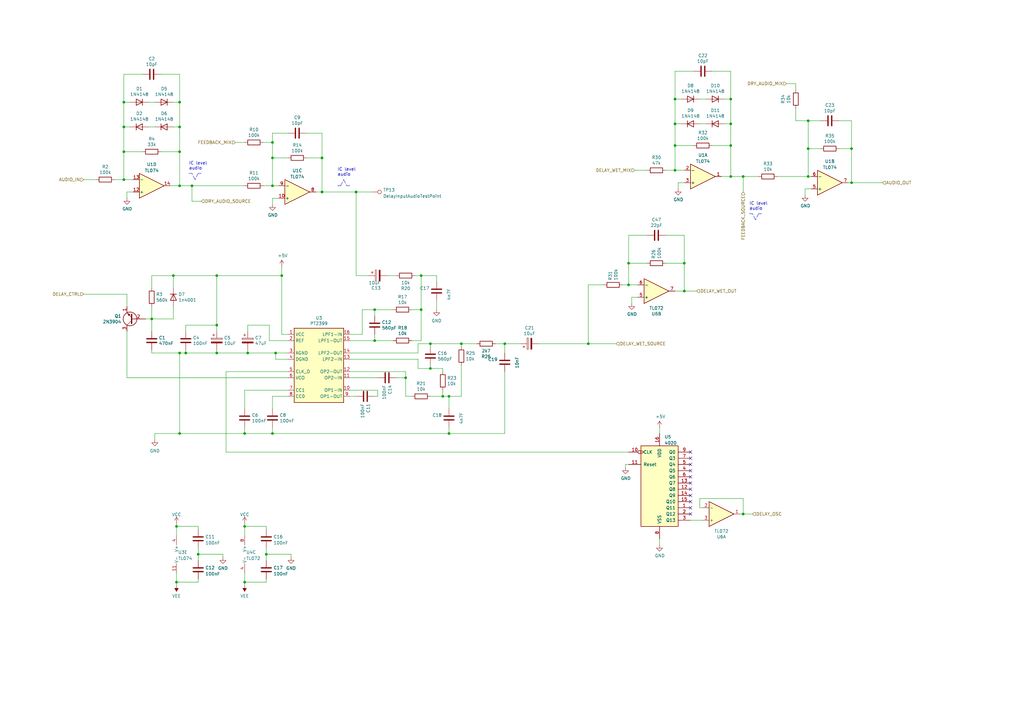
<source format=kicad_sch>
(kicad_sch (version 20211123) (generator eeschema)
  (paper "A3")
  (title_block (title "Dual Digi Delay") (date "2022-03-04") (rev "v05") (comment 2 "creativecommons.org/licenses/by/4.0/") (comment 3 "License: CC BY 4.0") (comment 4 "Author: Guy John"))
  (lib_symbols
    (symbol "4xxx:4020" (pin_names (offset 1.016))
      (property "Reference" "U" (at -7.62 16.51 0))
      (property "Value" "4020" (at -7.62 -19.05 0))
      (symbol "4020_1_0"
        (pin output line (at 12.7 -10.16 180) (length 5.08) (name "Q11") (number "1"))
        (pin input inverted_clock (at -12.7 12.7 0) (length 5.08) (name "CLK") (number "10"))
        (pin input line (at -12.7 7.62 0) (length 5.08) (name "Reset") (number "11"))
        (pin output line (at 12.7 -2.54 180) (length 5.08) (name "Q8") (number "12"))
        (pin output line (at 12.7 0 180) (length 5.08) (name "Q7") (number "13"))
        (pin output line (at 12.7 -5.08 180) (length 5.08) (name "Q9") (number "14"))
        (pin output line (at 12.7 -7.62 180) (length 5.08) (name "Q10") (number "15"))
        (pin power_in line (at 0 20.32 270) (length 5.08) (name "VDD") (number "16"))
        (pin output line (at 12.7 -12.7 180) (length 5.08) (name "Q12") (number "2"))
        (pin output line (at 12.7 -15.24 180) (length 5.08) (name "Q13") (number "3"))
        (pin output line (at 12.7 5.08 180) (length 5.08) (name "Q5") (number "4"))
        (pin output line (at 12.7 7.62 180) (length 5.08) (name "Q4") (number "5"))
        (pin output line (at 12.7 2.54 180) (length 5.08) (name "Q6") (number "6"))
        (pin output line (at 12.7 10.16 180) (length 5.08) (name "Q3") (number "7"))
        (pin power_in line (at 0 -22.86 90) (length 5.08) (name "VSS") (number "8"))
        (pin output line (at 12.7 12.7 180) (length 5.08) (name "Q0") (number "9"))
      )
    )
    (symbol "Amplifier_Operational:TL072" (pin_names (offset 0.127))
      (property "Reference" "U" (at 0 5.08 0))
      (property "Value" "TL072" (at 0 -5.08 0))
      (symbol "TL072_1_1"
        (pin output line (at 7.62 0 180) (length 2.54) (name "~") (number "1"))
        (pin input line (at -7.62 -2.54 0) (length 2.54) (name "-") (number "2"))
        (pin input line (at -7.62 2.54 0) (length 2.54) (name "+") (number "3"))
      )
      (symbol "TL072_2_1"
        (pin input line (at -7.62 2.54 0) (length 2.54) (name "+") (number "5"))
        (pin input line (at -7.62 -2.54 0) (length 2.54) (name "-") (number "6"))
        (pin output line (at 7.62 0 180) (length 2.54) (name "~") (number "7"))
      )
      (symbol "TL072_3_1"
        (pin power_in line (at -2.54 -7.62 90) (length 3.81) (name "V-") (number "4"))
        (pin power_in line (at -2.54 7.62 270) (length 3.81) (name "V+") (number "8"))
      )
    )
    (symbol "Amplifier_Operational:TL074" (pin_names (offset 0.127))
      (property "Reference" "U" (at 0 5.08 0))
      (property "Value" "TL074" (at 0 -5.08 0))
      (symbol "TL074_1_1"
        (pin output line (at 7.62 0 180) (length 2.54) (name "~") (number "1"))
        (pin input line (at -7.62 -2.54 0) (length 2.54) (name "-") (number "2"))
        (pin input line (at -7.62 2.54 0) (length 2.54) (name "+") (number "3"))
      )
      (symbol "TL074_2_1"
        (pin input line (at -7.62 2.54 0) (length 2.54) (name "+") (number "5"))
        (pin input line (at -7.62 -2.54 0) (length 2.54) (name "-") (number "6"))
        (pin output line (at 7.62 0 180) (length 2.54) (name "~") (number "7"))
      )
      (symbol "TL074_3_1"
        (pin input line (at -7.62 2.54 0) (length 2.54) (name "+") (number "10"))
        (pin output line (at 7.62 0 180) (length 2.54) (name "~") (number "8"))
        (pin input line (at -7.62 -2.54 0) (length 2.54) (name "-") (number "9"))
      )
      (symbol "TL074_4_1"
        (pin input line (at -7.62 2.54 0) (length 2.54) (name "+") (number "12"))
        (pin input line (at -7.62 -2.54 0) (length 2.54) (name "-") (number "13"))
        (pin output line (at 7.62 0 180) (length 2.54) (name "~") (number "14"))
      )
      (symbol "TL074_5_1"
        (pin power_in line (at -2.54 -7.62 90) (length 3.81) (name "V-") (number "11"))
        (pin power_in line (at -2.54 7.62 270) (length 3.81) (name "V+") (number "4"))
      )
    )
    (symbol "Audio:PT2399"
      (property "Reference" "U" (at 0 17.78 0))
      (property "Value" "PT2399" (at 0 -17.78 0))
      (symbol "PT2399_1_1"
        (pin power_in line (at -12.7 12.7 0) (length 2.54) (name "VCC") (number "1"))
        (pin input line (at 12.7 -10.16 180) (length 2.54) (name "OP1-IN") (number "10"))
        (pin input line (at 12.7 -5.08 180) (length 2.54) (name "OP2-IN") (number "11"))
        (pin output line (at 12.7 -2.54 180) (length 2.54) (name "OP2-OUT") (number "12"))
        (pin input line (at 12.7 2.54 180) (length 2.54) (name "LPF2-IN") (number "13"))
        (pin output line (at 12.7 5.08 180) (length 2.54) (name "LPF2-OUT") (number "14"))
        (pin output line (at 12.7 10.16 180) (length 2.54) (name "LPF1-OUT") (number "15"))
        (pin input line (at 12.7 12.7 180) (length 2.54) (name "LPF1-IN") (number "16"))
        (pin passive line (at -12.7 10.16 0) (length 2.54) (name "REF") (number "2"))
        (pin power_in line (at -12.7 5.08 0) (length 2.54) (name "AGND") (number "3"))
        (pin power_in line (at -12.7 2.54 0) (length 2.54) (name "DGND") (number "4"))
        (pin passive line (at -12.7 -2.54 0) (length 2.54) (name "CLK_O") (number "5"))
        (pin passive line (at -12.7 -5.08 0) (length 2.54) (name "VCO") (number "6"))
        (pin passive line (at -12.7 -10.16 0) (length 2.54) (name "CC1") (number "7"))
        (pin passive line (at -12.7 -12.7 0) (length 2.54) (name "CC0") (number "8"))
        (pin output line (at 12.7 -12.7 180) (length 2.54) (name "OP1-OUT") (number "9"))
      )
    )
    (symbol "Connector:TestPoint" (pin_numbers hide) (pin_names (offset 0.762) hide)
      (property "Reference" "TP" (at 0 6.858 0))
      (property "Value" "TestPoint" (at 0 5.08 0))
      (symbol "TestPoint_1_1"
        (pin passive line (at 0 0 90) (length 2.54) (name "1") (number "1"))
      )
    )
    (symbol "Device:D" (pin_numbers hide) (pin_names (offset 1.016) hide)
      (property "Reference" "D" (at 0 2.54 0))
      (property "Value" "D" (at 0 -2.54 0))
      (symbol "D_1_1"
        (pin passive line (at -3.81 0 0) (length 2.54) (name "K") (number "1"))
        (pin passive line (at 3.81 0 180) (length 2.54) (name "A") (number "2"))
      )
    )
    (symbol "Transistor_BJT:2N3904" (pin_names (offset 0) hide)
      (property "Reference" "Q" (at 5.08 1.905 0))
      (property "Value" "2N3904" (at 5.08 0 0))
      (symbol "2N3904_1_1"
        (pin passive line (at 2.54 -5.08 90) (length 2.54) (name "E") (number "1"))
        (pin passive line (at -5.08 0 0) (length 5.715) (name "B") (number "2"))
        (pin passive line (at 2.54 5.08 270) (length 2.54) (name "C") (number "3"))
      )
    )
    (symbol "power:+5V" (power) (pin_names (offset 0))
      (property "Value" "+5V" (at 0 3.556 0))
      (symbol "+5V_1_1"
        (pin power_in line (at 0 0 90) (length 0) hide (name "+5V") (number "1"))
      )
    )
    (symbol "power:GND" (power) (pin_names (offset 0))
      (property "Value" "GND" (at 0 -3.81 0))
      (symbol "GND_1_1"
        (pin power_in line (at 0 0 270) (length 0) hide (name "GND") (number "1"))
      )
    )
    (symbol "power:VCC" (power) (pin_names (offset 0))
      (property "Value" "VCC" (at 0 3.81 0))
      (symbol "VCC_1_1"
        (pin power_in line (at 0 0 90) (length 0) hide (name "VCC") (number "1"))
      )
    )
    (symbol "power:VEE" (power) (pin_names (offset 0))
      (property "Value" "VEE" (at 0 3.81 0))
      (symbol "VEE_1_1"
        (pin power_in line (at 0 0 90) (length 0) hide (name "VEE") (number "1"))
      )
    )
    (symbol "rumblesan-standard-parts:C" (pin_numbers hide) (pin_names (offset 0.254))
      (property "Reference" "C12" (at -3.175 0 90))
      (property "Value" "C" (at 1.905 1.905 90))
      (symbol "C_1_1"
        (pin passive line (at 0 3.81 270) (length 2.794) (name "~") (number "1"))
        (pin passive line (at 0 -3.81 90) (length 2.794) (name "~") (number "2"))
      )
    )
    (symbol "rumblesan-standard-parts:C_Polarized" (pin_numbers hide) (pin_names (offset 0.254))
      (property "Reference" "C15" (at -0.889 6.1255 90))
      (property "Value" "C_Polarized" (at -0.889 3.3504 90))
      (symbol "C_Polarized_1_1"
        (pin passive line (at 0 3.81 270) (length 2.794) (name "~") (number "1"))
        (pin passive line (at 0 -3.81 90) (length 2.794) (name "~") (number "2"))
      )
    )
    (symbol "rumblesan-standard-parts:R" (pin_numbers hide) (pin_names (offset 0))
      (property "Reference" "R?" (at 0 0 90))
      (property "Value" "R" (at 0.635 1.905 90))
      (symbol "R_1_1"
        (pin passive line (at 0 -3.81 90) (length 1.27) (name "~") (number "1"))
        (pin passive line (at 0 3.81 270) (length 1.27) (name "~") (number "2"))
      )
    )
  )
  (junction (at 73.66 144.78))
  (junction (at 78.74 76.2))
  (junction (at 100.33 177.8))
  (junction (at 172.72 127))
  (junction (at 176.53 140.97))
  (junction (at 166.37 154.94))
  (junction (at 299.72 40.64))
  (junction (at 280.67 107.95))
  (junction (at 241.3 140.97))
  (junction (at 71.12 113.03))
  (junction (at 115.57 113.03))
  (junction (at 207.01 140.97))
  (junction (at 331.47 60.96))
  (junction (at 73.66 41.91))
  (junction (at 257.81 116.84))
  (junction (at 111.76 177.8))
  (junction (at 299.72 50.8))
  (junction (at 146.05 78.74))
  (junction (at 50.8 41.91))
  (junction (at 109.22 227.33))
  (junction (at 72.39 238.76))
  (junction (at 50.8 52.07))
  (junction (at 172.72 113.03))
  (junction (at 276.86 50.8))
  (junction (at 331.47 49.53))
  (junction (at 257.81 107.95))
  (junction (at 276.86 59.69))
  (junction (at 88.9 133.35))
  (junction (at 50.8 62.23))
  (junction (at 304.8 210.82))
  (junction (at 50.8 73.66))
  (junction (at 100.33 215.9))
  (junction (at 153.67 139.7))
  (junction (at 280.67 119.38))
  (junction (at 101.6 144.78))
  (junction (at 132.08 64.77))
  (junction (at 81.28 227.33))
  (junction (at 304.8 72.39))
  (junction (at 349.25 74.93))
  (junction (at 181.61 162.56))
  (junction (at 331.47 72.39))
  (junction (at 184.15 162.56))
  (junction (at 73.66 62.23))
  (junction (at 184.15 177.8))
  (junction (at 73.66 52.07))
  (junction (at 111.76 76.2))
  (junction (at 276.86 69.85))
  (junction (at 111.76 64.77))
  (junction (at 132.08 78.74))
  (junction (at 113.03 144.78))
  (junction (at 176.53 151.13))
  (junction (at 299.72 72.39))
  (junction (at 276.86 40.64))
  (junction (at 88.9 113.03))
  (junction (at 153.67 127))
  (junction (at 111.76 58.42))
  (junction (at 349.25 60.96))
  (junction (at 62.23 130.81))
  (junction (at 100.33 238.76))
  (junction (at 189.23 140.97))
  (junction (at 76.2 144.78))
  (junction (at 73.66 76.2))
  (junction (at 73.66 177.8))
  (junction (at 299.72 59.69))
  (junction (at 72.39 215.9))
  (junction (at 88.9 144.78))
  (no_connect (at 283.21 185.42))
  (no_connect (at 283.21 187.96))
  (no_connect (at 283.21 190.5))
  (no_connect (at 283.21 193.04))
  (no_connect (at 283.21 205.74))
  (no_connect (at 283.21 208.28))
  (no_connect (at 283.21 210.82))
  (no_connect (at 283.21 195.58))
  (no_connect (at 283.21 198.12))
  (no_connect (at 283.21 200.66))
  (no_connect (at 283.21 203.2))
  (wire (pts (xy 50.8 41.91) (xy 50.8 52.07)))
  (wire (pts (xy 332.74 77.47) (xy 330.2 77.47)))
  (wire (pts (xy 181.61 160.02) (xy 181.61 162.56)))
  (wire (pts (xy 276.86 50.8) (xy 276.86 59.69)))
  (wire (pts (xy 331.47 60.96) (xy 331.47 72.39)))
  (wire (pts (xy 91.44 228.6) (xy 91.44 227.33)))
  (wire (pts (xy 158.75 113.03) (xy 162.56 113.03)))
  (wire (pts (xy 276.86 59.69) (xy 276.86 69.85)))
  (wire (pts (xy 111.76 64.77) (xy 111.76 58.42)))
  (wire (pts (xy 115.57 113.03) (xy 115.57 137.16)))
  (wire (pts (xy 71.12 41.91) (xy 73.66 41.91)))
  (wire (pts (xy 119.38 227.33) (xy 109.22 227.33)))
  (wire (pts (xy 292.1 59.69) (xy 299.72 59.69)))
  (wire (pts (xy 279.4 50.8) (xy 276.86 50.8)))
  (wire (pts (xy 303.53 210.82) (xy 304.8 210.82)))
  (wire (pts (xy 115.57 137.16) (xy 118.11 137.16)))
  (wire (pts (xy 34.29 73.66) (xy 39.37 73.66)))
  (wire (pts (xy 101.6 133.35) (xy 101.6 135.89)))
  (wire (pts (xy 109.22 227.33) (xy 109.22 229.87)))
  (wire (pts (xy 72.39 214.63) (xy 72.39 215.9)))
  (wire (pts (xy 292.1 29.21) (xy 299.72 29.21)))
  (wire (pts (xy 331.47 49.53) (xy 331.47 60.96)))
  (wire (pts (xy 166.37 162.56) (xy 168.91 162.56)))
  (wire (pts (xy 92.71 185.42) (xy 257.81 185.42)))
  (wire (pts (xy 71.12 118.11) (xy 71.12 113.03)))
  (wire (pts (xy 326.39 34.29) (xy 322.58 34.29)))
  (wire (pts (xy 132.08 64.77) (xy 125.73 64.77)))
  (wire (pts (xy 184.15 175.26) (xy 184.15 177.8)))
  (wire (pts (xy 146.05 78.74) (xy 152.4 78.74)))
  (wire (pts (xy 73.66 177.8) (xy 63.5 177.8)))
  (wire (pts (xy 172.72 113.03) (xy 172.72 127)))
  (wire (pts (xy 59.69 130.81) (xy 62.23 130.81)))
  (wire (pts (xy 168.91 127) (xy 172.72 127)))
  (wire (pts (xy 107.95 76.2) (xy 111.76 76.2)))
  (wire (pts (xy 349.25 74.93) (xy 361.95 74.93)))
  (wire (pts (xy 78.74 82.55) (xy 78.74 76.2)))
  (wire (pts (xy 153.67 162.56) (xy 154.94 162.56)))
  (wire (pts (xy 76.2 135.89) (xy 76.2 133.35)))
  (wire (pts (xy 119.38 228.6) (xy 119.38 227.33)))
  (wire (pts (xy 241.3 116.84) (xy 241.3 140.97)))
  (wire (pts (xy 171.45 147.32) (xy 171.45 151.13)))
  (wire (pts (xy 111.76 177.8) (xy 111.76 175.26)))
  (wire (pts (xy 62.23 144.78) (xy 73.66 144.78)))
  (wire (pts (xy 257.81 96.52) (xy 257.81 107.95)))
  (wire (pts (xy 287.02 40.64) (xy 289.56 40.64)))
  (wire (pts (xy 143.51 154.94) (xy 154.94 154.94)))
  (wire (pts (xy 50.8 52.07) (xy 50.8 62.23)))
  (wire (pts (xy 50.8 41.91) (xy 53.34 41.91)))
  (wire (pts (xy 72.39 215.9) (xy 72.39 219.71)))
  (wire (pts (xy 176.53 162.56) (xy 181.61 162.56)))
  (wire (pts (xy 270.51 220.98) (xy 270.51 223.52)))
  (wire (pts (xy 284.48 29.21) (xy 276.86 29.21)))
  (wire (pts (xy 326.39 34.29) (xy 326.39 36.83)))
  (wire (pts (xy 96.52 58.42) (xy 100.33 58.42)))
  (wire (pts (xy 143.51 144.78) (xy 171.45 144.78)))
  (wire (pts (xy 111.76 76.2) (xy 114.3 76.2)))
  (wire (pts (xy 100.33 238.76) (xy 100.33 240.03)))
  (wire (pts (xy 46.99 73.66) (xy 50.8 73.66)))
  (wire (pts (xy 261.62 121.92) (xy 259.08 121.92)))
  (wire (pts (xy 50.8 30.48) (xy 50.8 41.91)))
  (polyline (pts (xy 78.74 71.12) (xy 77.47 71.12)))
  (polyline (pts (xy 142.24 76.2) (xy 143.51 76.2)))
  (wire (pts (xy 172.72 139.7) (xy 172.72 127)))
  (wire (pts (xy 299.72 72.39) (xy 304.8 72.39)))
  (wire (pts (xy 82.55 82.55) (xy 78.74 82.55)))
  (wire (pts (xy 52.07 154.94) (xy 52.07 135.89)))
  (wire (pts (xy 100.33 215.9) (xy 100.33 219.71)))
  (wire (pts (xy 60.96 52.07) (xy 63.5 52.07)))
  (wire (pts (xy 181.61 151.13) (xy 176.53 151.13)))
  (wire (pts (xy 170.18 113.03) (xy 172.72 113.03)))
  (wire (pts (xy 299.72 29.21) (xy 299.72 40.64)))
  (wire (pts (xy 241.3 140.97) (xy 252.73 140.97)))
  (wire (pts (xy 295.91 72.39) (xy 299.72 72.39)))
  (wire (pts (xy 153.67 127) (xy 161.29 127)))
  (wire (pts (xy 349.25 74.93) (xy 349.25 60.96)))
  (wire (pts (xy 168.91 139.7) (xy 172.72 139.7)))
  (wire (pts (xy 326.39 44.45) (xy 326.39 49.53)))
  (wire (pts (xy 304.8 72.39) (xy 304.8 78.74)))
  (wire (pts (xy 73.66 41.91) (xy 73.66 52.07)))
  (wire (pts (xy 52.07 78.74) (xy 52.07 81.28)))
  (wire (pts (xy 330.2 77.47) (xy 330.2 80.01)))
  (wire (pts (xy 273.05 96.52) (xy 280.67 96.52)))
  (wire (pts (xy 78.74 76.2) (xy 100.33 76.2)))
  (wire (pts (xy 143.51 139.7) (xy 153.67 139.7)))
  (wire (pts (xy 166.37 152.4) (xy 166.37 154.94)))
  (wire (pts (xy 179.07 123.19) (xy 179.07 127)))
  (wire (pts (xy 148.59 127) (xy 153.67 127)))
  (wire (pts (xy 171.45 140.97) (xy 176.53 140.97)))
  (wire (pts (xy 92.71 152.4) (xy 118.11 152.4)))
  (wire (pts (xy 88.9 135.89) (xy 88.9 133.35)))
  (wire (pts (xy 257.81 107.95) (xy 257.81 116.84)))
  (wire (pts (xy 349.25 49.53) (xy 349.25 60.96)))
  (wire (pts (xy 73.66 76.2) (xy 78.74 76.2)))
  (wire (pts (xy 81.28 217.17) (xy 81.28 215.9)))
  (wire (pts (xy 88.9 113.03) (xy 71.12 113.03)))
  (wire (pts (xy 287.02 50.8) (xy 289.56 50.8)))
  (wire (pts (xy 176.53 151.13) (xy 176.53 149.86)))
  (wire (pts (xy 280.67 96.52) (xy 280.67 107.95)))
  (polyline (pts (xy 82.55 71.12) (xy 81.28 71.12)))
  (wire (pts (xy 332.74 72.39) (xy 331.47 72.39)))
  (wire (pts (xy 257.81 190.5) (xy 256.54 190.5)))
  (polyline (pts (xy 312.42 87.63) (xy 311.15 87.63)))
  (wire (pts (xy 109.22 224.79) (xy 109.22 227.33)))
  (wire (pts (xy 287.02 208.28) (xy 288.29 208.28)))
  (wire (pts (xy 299.72 59.69) (xy 299.72 72.39)))
  (wire (pts (xy 76.2 144.78) (xy 88.9 144.78)))
  (wire (pts (xy 91.44 227.33) (xy 81.28 227.33)))
  (wire (pts (xy 283.21 213.36) (xy 288.29 213.36)))
  (wire (pts (xy 81.28 227.33) (xy 81.28 229.87)))
  (polyline (pts (xy 138.43 76.2) (xy 139.7 76.2)))
  (wire (pts (xy 276.86 40.64) (xy 279.4 40.64)))
  (wire (pts (xy 259.08 121.92) (xy 259.08 124.46)))
  (wire (pts (xy 114.3 81.28) (xy 111.76 81.28)))
  (wire (pts (xy 111.76 64.77) (xy 118.11 64.77)))
  (wire (pts (xy 260.35 69.85) (xy 265.43 69.85)))
  (wire (pts (xy 265.43 96.52) (xy 257.81 96.52)))
  (wire (pts (xy 189.23 149.86) (xy 189.23 162.56)))
  (wire (pts (xy 166.37 154.94) (xy 166.37 162.56)))
  (wire (pts (xy 111.76 76.2) (xy 111.76 64.77)))
  (wire (pts (xy 349.25 60.96) (xy 344.17 60.96)))
  (wire (pts (xy 73.66 144.78) (xy 76.2 144.78)))
  (wire (pts (xy 143.51 152.4) (xy 166.37 152.4)))
  (wire (pts (xy 115.57 109.22) (xy 115.57 113.03)))
  (polyline (pts (xy 311.15 87.63) (xy 309.88 90.17)))
  (wire (pts (xy 257.81 116.84) (xy 261.62 116.84)))
  (wire (pts (xy 154.94 160.02) (xy 143.51 160.02)))
  (wire (pts (xy 276.86 29.21) (xy 276.86 40.64)))
  (wire (pts (xy 304.8 204.47) (xy 287.02 204.47)))
  (wire (pts (xy 73.66 62.23) (xy 73.66 76.2)))
  (wire (pts (xy 62.23 125.73) (xy 62.23 130.81)))
  (wire (pts (xy 153.67 139.7) (xy 153.67 137.16)))
  (wire (pts (xy 276.86 40.64) (xy 276.86 50.8)))
  (wire (pts (xy 73.66 52.07) (xy 73.66 62.23)))
  (wire (pts (xy 256.54 190.5) (xy 256.54 191.77)))
  (wire (pts (xy 125.73 54.61) (xy 132.08 54.61)))
  (wire (pts (xy 179.07 113.03) (xy 172.72 113.03)))
  (wire (pts (xy 111.76 58.42) (xy 111.76 54.61)))
  (wire (pts (xy 166.37 154.94) (xy 162.56 154.94)))
  (wire (pts (xy 111.76 54.61) (xy 118.11 54.61)))
  (wire (pts (xy 189.23 140.97) (xy 195.58 140.97)))
  (wire (pts (xy 287.02 204.47) (xy 287.02 208.28)))
  (wire (pts (xy 297.18 40.64) (xy 299.72 40.64)))
  (wire (pts (xy 347.98 74.93) (xy 349.25 74.93)))
  (wire (pts (xy 299.72 50.8) (xy 299.72 59.69)))
  (wire (pts (xy 273.05 107.95) (xy 280.67 107.95)))
  (wire (pts (xy 270.51 175.26) (xy 270.51 177.8)))
  (wire (pts (xy 118.11 160.02) (xy 100.33 160.02)))
  (wire (pts (xy 63.5 177.8) (xy 63.5 180.34)))
  (wire (pts (xy 132.08 54.61) (xy 132.08 64.77)))
  (wire (pts (xy 176.53 140.97) (xy 176.53 142.24)))
  (wire (pts (xy 273.05 69.85) (xy 276.86 69.85)))
  (wire (pts (xy 110.49 133.35) (xy 110.49 139.7)))
  (wire (pts (xy 76.2 143.51) (xy 76.2 144.78)))
  (wire (pts (xy 92.71 152.4) (xy 92.71 185.42)))
  (wire (pts (xy 189.23 142.24) (xy 189.23 140.97)))
  (wire (pts (xy 304.8 210.82) (xy 304.8 204.47)))
  (wire (pts (xy 62.23 130.81) (xy 62.23 135.89)))
  (wire (pts (xy 111.76 177.8) (xy 184.15 177.8)))
  (wire (pts (xy 100.33 177.8) (xy 111.76 177.8)))
  (wire (pts (xy 62.23 113.03) (xy 62.23 118.11)))
  (wire (pts (xy 73.66 177.8) (xy 100.33 177.8)))
  (wire (pts (xy 100.33 160.02) (xy 100.33 167.64)))
  (wire (pts (xy 58.42 30.48) (xy 50.8 30.48)))
  (wire (pts (xy 62.23 130.81) (xy 71.12 130.81)))
  (wire (pts (xy 88.9 113.03) (xy 88.9 133.35)))
  (wire (pts (xy 146.05 78.74) (xy 132.08 78.74)))
  (polyline (pts (xy 81.28 71.12) (xy 80.01 73.66)))
  (wire (pts (xy 318.77 72.39) (xy 331.47 72.39)))
  (wire (pts (xy 304.8 210.82) (xy 308.61 210.82)))
  (wire (pts (xy 146.05 113.03) (xy 146.05 78.74)))
  (wire (pts (xy 81.28 238.76) (xy 72.39 238.76)))
  (wire (pts (xy 58.42 62.23) (xy 50.8 62.23)))
  (wire (pts (xy 109.22 237.49) (xy 109.22 238.76)))
  (wire (pts (xy 76.2 133.35) (xy 88.9 133.35)))
  (polyline (pts (xy 140.97 73.66) (xy 142.24 76.2)))
  (wire (pts (xy 207.01 140.97) (xy 207.01 144.78)))
  (wire (pts (xy 109.22 217.17) (xy 109.22 215.9)))
  (wire (pts (xy 111.76 58.42) (xy 107.95 58.42)))
  (wire (pts (xy 66.04 30.48) (xy 73.66 30.48)))
  (wire (pts (xy 110.49 133.35) (xy 101.6 133.35)))
  (wire (pts (xy 71.12 130.81) (xy 71.12 125.73)))
  (wire (pts (xy 62.23 143.51) (xy 62.23 144.78)))
  (wire (pts (xy 284.48 59.69) (xy 276.86 59.69)))
  (wire (pts (xy 146.05 113.03) (xy 151.13 113.03)))
  (wire (pts (xy 60.96 41.91) (xy 63.5 41.91)))
  (wire (pts (xy 69.85 76.2) (xy 73.66 76.2)))
  (wire (pts (xy 100.33 175.26) (xy 100.33 177.8)))
  (wire (pts (xy 52.07 120.65) (xy 52.07 125.73)))
  (wire (pts (xy 247.65 116.84) (xy 241.3 116.84)))
  (polyline (pts (xy 80.01 73.66) (xy 78.74 71.12)))
  (wire (pts (xy 143.51 147.32) (xy 171.45 147.32)))
  (wire (pts (xy 72.39 238.76) (xy 72.39 240.03)))
  (wire (pts (xy 81.28 224.79) (xy 81.28 227.33)))
  (wire (pts (xy 189.23 162.56) (xy 184.15 162.56)))
  (polyline (pts (xy 139.7 76.2) (xy 140.97 73.66)))
  (wire (pts (xy 101.6 144.78) (xy 88.9 144.78)))
  (wire (pts (xy 265.43 107.95) (xy 257.81 107.95)))
  (wire (pts (xy 88.9 113.03) (xy 115.57 113.03)))
  (wire (pts (xy 81.28 215.9) (xy 72.39 215.9)))
  (wire (pts (xy 344.17 49.53) (xy 349.25 49.53)))
  (wire (pts (xy 143.51 162.56) (xy 146.05 162.56)))
  (wire (pts (xy 181.61 162.56) (xy 184.15 162.56)))
  (wire (pts (xy 52.07 154.94) (xy 118.11 154.94)))
  (wire (pts (xy 109.22 238.76) (xy 100.33 238.76)))
  (wire (pts (xy 207.01 152.4) (xy 207.01 177.8)))
  (wire (pts (xy 184.15 162.56) (xy 184.15 167.64)))
  (wire (pts (xy 161.29 139.7) (xy 153.67 139.7)))
  (wire (pts (xy 113.03 147.32) (xy 113.03 144.78)))
  (wire (pts (xy 171.45 144.78) (xy 171.45 140.97)))
  (wire (pts (xy 297.18 50.8) (xy 299.72 50.8)))
  (polyline (pts (xy 309.88 90.17) (xy 308.61 87.63)))
  (wire (pts (xy 132.08 78.74) (xy 132.08 64.77)))
  (wire (pts (xy 280.67 74.93) (xy 278.13 74.93)))
  (wire (pts (xy 171.45 151.13) (xy 176.53 151.13)))
  (wire (pts (xy 207.01 177.8) (xy 184.15 177.8)))
  (wire (pts (xy 331.47 49.53) (xy 336.55 49.53)))
  (wire (pts (xy 66.04 62.23) (xy 73.66 62.23)))
  (wire (pts (xy 255.27 116.84) (xy 257.81 116.84)))
  (wire (pts (xy 113.03 144.78) (xy 118.11 144.78)))
  (wire (pts (xy 129.54 78.74) (xy 132.08 78.74)))
  (wire (pts (xy 101.6 143.51) (xy 101.6 144.78)))
  (wire (pts (xy 153.67 127) (xy 153.67 129.54)))
  (wire (pts (xy 100.33 234.95) (xy 100.33 238.76)))
  (wire (pts (xy 148.59 137.16) (xy 148.59 127)))
  (wire (pts (xy 101.6 144.78) (xy 113.03 144.78)))
  (wire (pts (xy 280.67 107.95) (xy 280.67 119.38)))
  (wire (pts (xy 278.13 74.93) (xy 278.13 77.47)))
  (wire (pts (xy 118.11 147.32) (xy 113.03 147.32)))
  (wire (pts (xy 207.01 140.97) (xy 213.36 140.97)))
  (wire (pts (xy 299.72 40.64) (xy 299.72 50.8)))
  (wire (pts (xy 181.61 152.4) (xy 181.61 151.13)))
  (wire (pts (xy 179.07 113.03) (xy 179.07 115.57)))
  (wire (pts (xy 154.94 162.56) (xy 154.94 160.02)))
  (wire (pts (xy 54.61 78.74) (xy 52.07 78.74)))
  (wire (pts (xy 88.9 144.78) (xy 88.9 143.51)))
  (wire (pts (xy 176.53 140.97) (xy 189.23 140.97)))
  (wire (pts (xy 50.8 62.23) (xy 50.8 73.66)))
  (wire (pts (xy 109.22 215.9) (xy 100.33 215.9)))
  (wire (pts (xy 276.86 119.38) (xy 280.67 119.38)))
  (wire (pts (xy 111.76 162.56) (xy 111.76 167.64)))
  (wire (pts (xy 100.33 214.63) (xy 100.33 215.9)))
  (wire (pts (xy 72.39 234.95) (xy 72.39 238.76)))
  (wire (pts (xy 71.12 52.07) (xy 73.66 52.07)))
  (wire (pts (xy 71.12 113.03) (xy 62.23 113.03)))
  (wire (pts (xy 34.29 120.65) (xy 52.07 120.65)))
  (wire (pts (xy 53.34 52.07) (xy 50.8 52.07)))
  (wire (pts (xy 143.51 137.16) (xy 148.59 137.16)))
  (wire (pts (xy 304.8 72.39) (xy 311.15 72.39)))
  (wire (pts (xy 336.55 60.96) (xy 331.47 60.96)))
  (wire (pts (xy 326.39 49.53) (xy 331.47 49.53)))
  (wire (pts (xy 73.66 30.48) (xy 73.66 41.91)))
  (wire (pts (xy 81.28 237.49) (xy 81.28 238.76)))
  (wire (pts (xy 73.66 144.78) (xy 73.66 177.8)))
  (wire (pts (xy 118.11 162.56) (xy 111.76 162.56)))
  (wire (pts (xy 50.8 73.66) (xy 54.61 73.66)))
  (polyline (pts (xy 308.61 87.63) (xy 307.34 87.63)))
  (wire (pts (xy 280.67 119.38) (xy 285.75 119.38)))
  (wire (pts (xy 203.2 140.97) (xy 207.01 140.97)))
  (wire (pts (xy 111.76 81.28) (xy 111.76 83.82)))
  (wire (pts (xy 110.49 139.7) (xy 118.11 139.7)))
  (wire (pts (xy 220.98 140.97) (xy 241.3 140.97)))
  (wire (pts (xy 276.86 69.85) (xy 280.67 69.85)))
  (text "IC level\naudio" (at 138.43 72.39 0) (effects (font (size 1.27 1.27)) (justify left bottom)))
  (text "IC level\naudio" (at 77.47 69.85 0) (effects (font (size 1.27 1.27)) (justify left bottom)))
  (text "IC level\naudio" (at 307.34 86.36 0) (effects (font (size 1.27 1.27)) (justify left bottom)))
  (hierarchical_label "FEEDBACK_SOURCE" (shape input) (at 304.8 78.74 270))
  (hierarchical_label "DELAY_WET_MIX" (shape input) (at 260.35 69.85 180))
  (hierarchical_label "DRY_AUDIO_SOURCE" (shape input) (at 82.55 82.55 0))
  (hierarchical_label "DELAY_WET_OUT" (shape input) (at 285.75 119.38 0))
  (hierarchical_label "FEEDBACK_MIX" (shape input) (at 96.52 58.42 180))
  (hierarchical_label "DELAY_OSC" (shape input) (at 308.61 210.82 0))
  (hierarchical_label "AUDIO_IN" (shape input) (at 34.29 73.66 180))
  (hierarchical_label "DELAY_WET_SOURCE" (shape input) (at 252.73 140.97 0))
  (hierarchical_label "AUDIO_OUT" (shape input) (at 361.95 74.93 0))
  (hierarchical_label "DRY_AUDIO_MIX" (shape input) (at 322.58 34.29 180))
  (hierarchical_label "DELAY_CTRL" (shape input) (at 34.29 120.65 180))
  (symbol (lib_id "rumblesan-standard-parts:C") (at 109.22 233.68 0) (unit 1)
    (property "Reference" "C17" (at 112.141 232.8453 0) (effects (justify left)))
    (property "Value" "100nF" (at 112.141 235.3822 0) (effects (justify left)))
    (property "Footprint" "rumblesan-standard-parts:C_Rect_L7.0mm_W2.5mm_P5.00mm" (effects hide))
    (property "Spec" "ceramic X7R" (effects hide))
    (property "Tolerance" "5%" (effects hide))
  )
  (symbol (lib_id "4xxx:4020") (at 270.51 198.12 0) (unit 1)
    (property "Reference" "U5" (at 272.5294 179.1802 0) (effects (justify left)))
    (property "Value" "4020" (at 272.5294 181.7171 0) (effects (justify left)))
    (property "Footprint" "rumblesan-standard-parts:DIP-16_W7.62mm_Socket" (effects hide))
    (property "Datasheet" "http://www.intersil.com/content/dam/Intersil/documents/cd40/cd4020bms-24bms-40bms.pdf" (effects hide))
  )
  (symbol (lib_id "rumblesan-standard-parts:C") (at 109.22 220.98 0) (unit 1)
    (property "Reference" "C16" (at 112.141 220.1453 0) (effects (justify left)))
    (property "Value" "100nF" (at 112.141 222.6822 0) (effects (justify left)))
    (property "Footprint" "rumblesan-standard-parts:C_Rect_L7.0mm_W2.5mm_P5.00mm" (effects hide))
    (property "Spec" "ceramic X7R" (effects hide))
    (property "Tolerance" "5%" (effects hide))
  )
  (symbol (lib_id "rumblesan-standard-parts:R") (at 181.61 156.21 180) (unit 1)
    (property "Reference" "R23" (at 183.388 155.0416 0) (effects (justify right)))
    (property "Value" "10k" (at 183.388 157.353 0) (effects (justify right)))
    (property "Footprint" "rumblesan-standard-parts:R_Axial_DIN0207_L6.3mm_D2.5mm_P10.16mm_Horizontal" (effects hide))
    (property "Spec" "metal film" (effects hide))
    (property "Tolerance" "1%" (effects hide))
    (property "Power" "0.5W" (effects hide))
  )
  (symbol (lib_id "Device:D") (at 57.15 52.07 0) (unit 1)
    (property "Reference" "D2" (at 57.15 46.5582 0))
    (property "Value" "1N4148" (at 57.15 48.8696 0))
    (property "Footprint" "rumblesan-standard-parts:D_DO-35_SOD27_P7.62mm_Horizontal" (effects hide))
  )
  (symbol (lib_id "rumblesan-standard-parts:C") (at 100.33 171.45 180) (unit 1)
    (property "Reference" "C6" (at 103.251 170.2816 0) (effects (justify right)))
    (property "Value" "100nF" (at 103.251 172.593 0) (effects (justify right)))
    (property "Footprint" "rumblesan-standard-parts:C_Rect_L7.0mm_W3.5mm_P5.00mm" (effects hide))
    (property "Spec" "ceramic C0G" (effects hide))
    (property "Tolerance" "5%" (effects hide))
  )
  (symbol (lib_id "rumblesan-standard-parts:C_Polarized") (at 154.94 113.03 90) (mirror x) (unit 1)
    (property "Reference" "C13" (at 156.21 118.11 90) (effects (justify left)))
    (property "Value" "10uF" (at 156.083 116.0272 90) (effects (justify left)))
    (property "Footprint" "rumblesan-standard-parts:CP_Radial_D5.0mm_P2.00mm" (effects hide))
    (property "Spec" "electrolytic audio" (effects hide))
    (property "Tolerance" "20%" (effects hide))
    (property "Voltage" "50v" (effects hide))
  )
  (symbol (lib_id "rumblesan-standard-parts:C") (at 269.24 96.52 270) (unit 1)
    (property "Reference" "C47" (at 269.24 90.1192 90))
    (property "Value" "22pF" (at 269.24 92.4306 90))
    (property "Footprint" "rumblesan-standard-parts:C_Rect_L7.0mm_W2.5mm_P5.00mm" (effects hide))
    (property "Spec" "ceramic C0G" (effects hide))
    (property "Tolerance" "5%" (effects hide))
  )
  (symbol (lib_id "Amplifier_Operational:TL072") (at 102.87 227.33 0) (unit 3)
    (property "Reference" "U4" (at 100.965 226.4953 0) (effects (justify left)))
    (property "Value" "TL072" (at 100.965 229.0322 0) (effects (justify left)))
    (property "Footprint" "rumblesan-standard-parts:DIP-8_W7.62mm_Socket" (effects hide))
    (property "Datasheet" "http://www.ti.com/lit/ds/symlink/tl071.pdf" (effects hide))
  )
  (symbol (lib_id "rumblesan-standard-parts:C_Polarized") (at 88.9 139.7 0) (unit 1)
    (property "Reference" "C5" (at 91.8972 138.5316 0) (effects (justify left)))
    (property "Value" "10uF" (at 91.8972 140.843 0) (effects (justify left)))
    (property "Footprint" "rumblesan-standard-parts:CP_Radial_D5.0mm_P2.00mm" (effects hide))
    (property "Spec" "electrolytic" (effects hide))
    (property "Tolerance" "20%" (effects hide))
    (property "Voltage" "50v" (effects hide))
  )
  (symbol (lib_id "rumblesan-standard-parts:R") (at 172.72 162.56 270) (unit 1)
    (property "Reference" "R21" (at 172.72 157.3022 90))
    (property "Value" "10k" (at 172.72 159.6136 90))
    (property "Footprint" "rumblesan-standard-parts:R_Axial_DIN0207_L6.3mm_D2.5mm_P10.16mm_Horizontal" (effects hide))
    (property "Spec" "metal film" (effects hide))
    (property "Tolerance" "1%" (effects hide))
    (property "Power" "0.5W" (effects hide))
  )
  (symbol (lib_id "power:VEE") (at 100.33 240.03 180) (unit 1)
    (property "Reference" "#PWR074" (effects hide))
    (property "Value" "VEE" (at 100.33 244.4734 0))
  )
  (symbol (lib_id "rumblesan-standard-parts:C") (at 184.15 171.45 0) (mirror x) (unit 1)
    (property "Reference" "C18" (at 181.229 170.2816 0) (effects (justify right)))
    (property "Value" "4n7F" (at 189.23 173.99 90) (effects (justify right)))
    (property "Footprint" "rumblesan-standard-parts:C_Rect_L7.0mm_W3.5mm_P5.00mm" (effects hide))
    (property "Spec" "ceramic C0G" (effects hide))
    (property "Tolerance" "5%" (effects hide))
  )
  (symbol (lib_id "rumblesan-standard-parts:R") (at 121.92 64.77 270) (unit 1)
    (property "Reference" "R14" (at 121.92 59.5122 90))
    (property "Value" "100k" (at 121.92 61.8236 90))
    (property "Footprint" "rumblesan-standard-parts:R_Axial_DIN0207_L6.3mm_D2.5mm_P10.16mm_Horizontal" (effects hide))
    (property "Spec" "metal film" (effects hide))
    (property "Tolerance" "1%" (effects hide))
    (property "Power" "0.5W" (effects hide))
  )
  (symbol (lib_id "rumblesan-standard-parts:R") (at 269.24 107.95 90) (unit 1)
    (property "Reference" "R26" (at 268.0716 106.172 0) (effects (justify left)))
    (property "Value" "100k" (at 270.383 106.172 0) (effects (justify left)))
    (property "Footprint" "rumblesan-standard-parts:R_Axial_DIN0207_L6.3mm_D2.5mm_P10.16mm_Horizontal" (effects hide))
    (property "Spec" "metal film" (effects hide))
    (property "Tolerance" "1%" (effects hide))
    (property "Power" "0.5W" (effects hide))
  )
  (symbol (lib_id "power:GND") (at 270.51 223.52 0) (unit 1)
    (property "Reference" "#PWR018" (effects hide))
    (property "Value" "GND" (at 270.637 227.9142 0))
  )
  (symbol (lib_id "rumblesan-standard-parts:C") (at 81.28 233.68 0) (unit 1)
    (property "Reference" "C12" (at 84.201 232.8453 0) (effects (justify left)))
    (property "Value" "100nF" (at 84.201 235.3822 0) (effects (justify left)))
    (property "Footprint" "rumblesan-standard-parts:C_Rect_L7.0mm_W2.5mm_P5.00mm" (effects hide))
    (property "Spec" "ceramic X7R" (effects hide))
    (property "Tolerance" "5%" (effects hide))
  )
  (symbol (lib_id "rumblesan-standard-parts:R") (at 43.18 73.66 270) (unit 1)
    (property "Reference" "R2" (at 43.18 68.4022 90))
    (property "Value" "100k" (at 43.18 70.7136 90))
    (property "Footprint" "rumblesan-standard-parts:R_Axial_DIN0207_L6.3mm_D2.5mm_P10.16mm_Horizontal" (effects hide))
    (property "Spec" "metal film" (effects hide))
    (property "Tolerance" "1%" (effects hide))
    (property "Power" "0.5W" (effects hide))
  )
  (symbol (lib_id "power:GND") (at 63.5 180.34 0) (unit 1)
    (property "Reference" "#PWR03" (effects hide))
    (property "Value" "GND" (at 63.5 184.9025 0))
  )
  (symbol (lib_id "power:GND") (at 119.38 228.6 0) (unit 1)
    (property "Reference" "#PWR077" (effects hide))
    (property "Value" "GND" (at 119.38 233.0434 0))
  )
  (symbol (lib_id "rumblesan-standard-parts:C") (at 111.76 171.45 180) (unit 1)
    (property "Reference" "C8" (at 114.681 170.2816 0) (effects (justify right)))
    (property "Value" "100nF" (at 114.681 172.593 0) (effects (justify right)))
    (property "Footprint" "rumblesan-standard-parts:C_Rect_L7.0mm_W3.5mm_P5.00mm" (effects hide))
    (property "Spec" "ceramic C0G" (effects hide))
    (property "Tolerance" "5%" (effects hide))
  )
  (symbol (lib_id "power:+5V") (at 270.51 175.26 0) (unit 1)
    (property "Reference" "#PWR017" (effects hide))
    (property "Value" "+5V" (at 270.891 170.8658 0))
  )
  (symbol (lib_id "rumblesan-standard-parts:C_Polarized") (at 101.6 139.7 0) (unit 1)
    (property "Reference" "C7" (at 104.5972 138.5316 0) (effects (justify left)))
    (property "Value" "47uF" (at 104.5972 140.843 0) (effects (justify left)))
    (property "Footprint" "rumblesan-standard-parts:CP_Radial_D6.3mm_P2.50mm" (effects hide))
    (property "Spec" "electrolytic" (effects hide))
    (property "Tolerance" "20%" (effects hide))
    (property "Voltage" "50v" (effects hide))
  )
  (symbol (lib_id "rumblesan-standard-parts:C") (at 153.67 133.35 180) (unit 1)
    (property "Reference" "C12" (at 156.591 132.1816 0) (effects (justify right)))
    (property "Value" "560pF" (at 156.591 134.493 0) (effects (justify right)))
    (property "Footprint" "rumblesan-standard-parts:C_Rect_L7.0mm_W3.5mm_P5.00mm" (effects hide))
    (property "Spec" "ceramic C0G" (effects hide))
    (property "Tolerance" "5%" (effects hide))
  )
  (symbol (lib_id "Transistor_BJT:2N3904") (at 54.61 130.81 180) (unit 1)
    (property "Reference" "Q1" (at 49.7586 129.6416 0) (effects (justify left)))
    (property "Value" "2N3904" (at 49.7586 131.953 0) (effects (justify left)))
    (property "Footprint" "rumblesan-standard-parts:TO-92_Inline_Wide" (effects hide))
    (property "Datasheet" "https://www.onsemi.com/pub/Collateral/2N3903-D.PDF" (effects hide))
  )
  (symbol (lib_id "Device:D") (at 67.31 41.91 180) (unit 1)
    (property "Reference" "D5" (at 67.31 36.3982 0))
    (property "Value" "1N4148" (at 67.31 38.7096 0))
    (property "Footprint" "rumblesan-standard-parts:D_DO-35_SOD27_P7.62mm_Horizontal" (effects hide))
  )
  (symbol (lib_id "power:GND") (at 256.54 191.77 0) (unit 1)
    (property "Reference" "#PWR014" (effects hide))
    (property "Value" "GND" (at 256.667 196.1642 0))
  )
  (symbol (lib_id "rumblesan-standard-parts:R") (at 269.24 69.85 270) (unit 1)
    (property "Reference" "R30" (at 269.24 64.5922 90))
    (property "Value" "47k" (at 269.24 66.9036 90))
    (property "Footprint" "rumblesan-standard-parts:R_Axial_DIN0207_L6.3mm_D2.5mm_P10.16mm_Horizontal" (effects hide))
    (property "Spec" "metal film" (effects hide))
    (property "Tolerance" "1%" (effects hide))
    (property "Power" "0.5W" (effects hide))
  )
  (symbol (lib_id "Device:D") (at 67.31 52.07 0) (unit 1)
    (property "Reference" "D6" (at 67.31 46.5582 0))
    (property "Value" "1N4148" (at 67.31 48.8696 0))
    (property "Footprint" "rumblesan-standard-parts:D_DO-35_SOD27_P7.62mm_Horizontal" (effects hide))
  )
  (symbol (lib_id "rumblesan-standard-parts:C") (at 288.29 29.21 270) (unit 1)
    (property "Reference" "C22" (at 288.29 22.8092 90))
    (property "Value" "10pF" (at 288.29 25.1206 90))
    (property "Footprint" "rumblesan-standard-parts:C_Rect_L7.0mm_W3.5mm_P5.00mm" (effects hide))
    (property "Spec" "ceramic C0G" (effects hide))
    (property "Tolerance" "5%" (effects hide))
  )
  (symbol (lib_id "Amplifier_Operational:TL074") (at 340.36 74.93 0) (mirror x) (unit 2)
    (property "Reference" "U1" (at 340.36 66.1502 0))
    (property "Value" "TL074" (at 340.36 68.6871 0))
    (property "Footprint" "rumblesan-standard-parts:DIP-14_W7.62mm_Socket" (effects hide))
    (property "Datasheet" "http://www.ti.com/lit/ds/symlink/tl071.pdf" (effects hide))
  )
  (symbol (lib_id "Device:D") (at 71.12 121.92 270) (unit 1)
    (property "Reference" "D7" (at 73.152 120.7516 90) (effects (justify left)))
    (property "Value" "1n4001" (at 73.152 123.063 90) (effects (justify left)))
    (property "Footprint" "rumblesan-standard-parts:D_DO-41_SOD81_P10.16mm_Horizontal" (effects hide))
  )
  (symbol (lib_id "rumblesan-standard-parts:R") (at 166.37 113.03 270) (mirror x) (unit 1)
    (property "Reference" "R20" (at 166.37 118.2878 90))
    (property "Value" "10k" (at 166.37 115.9764 90))
    (property "Footprint" "rumblesan-standard-parts:R_Axial_DIN0207_L6.3mm_D2.5mm_P10.16mm_Horizontal" (effects hide))
    (property "Spec" "metal film" (effects hide))
    (property "Tolerance" "1%" (effects hide))
    (property "Power" "0.5W" (effects hide))
  )
  (symbol (lib_id "Amplifier_Operational:TL074") (at 288.29 72.39 0) (mirror x) (unit 1)
    (property "Reference" "U1" (at 288.29 63.6102 0))
    (property "Value" "TL074" (at 288.29 66.1471 0))
    (property "Footprint" "rumblesan-standard-parts:DIP-14_W7.62mm_Socket" (effects hide))
    (property "Datasheet" "http://www.ti.com/lit/ds/symlink/tl071.pdf" (effects hide))
  )
  (symbol (lib_id "power:GND") (at 52.07 81.28 0) (unit 1)
    (property "Reference" "#PWR01" (effects hide))
    (property "Value" "GND" (at 52.197 85.6742 0))
  )
  (symbol (lib_id "Device:D") (at 283.21 50.8 0) (unit 1)
    (property "Reference" "D9" (at 283.21 45.2882 0))
    (property "Value" "1N4148" (at 283.21 47.5996 0))
    (property "Footprint" "rumblesan-standard-parts:D_DO-35_SOD27_P7.62mm_Horizontal" (effects hide))
  )
  (symbol (lib_id "rumblesan-standard-parts:C") (at 121.92 54.61 270) (unit 1)
    (property "Reference" "C9" (at 121.92 48.2092 90))
    (property "Value" "10pF" (at 121.92 50.5206 90))
    (property "Footprint" "rumblesan-standard-parts:C_Rect_L7.0mm_W3.5mm_P5.00mm" (effects hide))
    (property "Spec" "ceramic C0G" (effects hide))
    (property "Tolerance" "5%" (effects hide))
  )
  (symbol (lib_id "Amplifier_Operational:TL074") (at 74.93 227.33 0) (unit 5)
    (property "Reference" "U3" (at 73.025 226.4953 0) (effects (justify left)))
    (property "Value" "TL074" (at 73.025 229.0322 0) (effects (justify left)))
    (property "Footprint" "rumblesan-standard-parts:DIP-14_W7.62mm_Socket" (effects hide))
    (property "Datasheet" "http://www.ti.com/lit/ds/symlink/tl071.pdf" (effects hide))
  )
  (symbol (lib_id "rumblesan-standard-parts:R") (at 165.1 139.7 270) (unit 1)
    (property "Reference" "R18" (at 165.1 134.4422 90))
    (property "Value" "10k" (at 165.1 136.7536 90))
    (property "Footprint" "rumblesan-standard-parts:R_Axial_DIN0207_L6.3mm_D2.5mm_P10.16mm_Horizontal" (effects hide))
    (property "Spec" "metal film" (effects hide))
    (property "Tolerance" "1%" (effects hide))
    (property "Power" "0.5W" (effects hide))
  )
  (symbol (lib_id "Connector:TestPoint") (at 152.4 78.74 270) (unit 1)
    (property "Reference" "TP13" (at 157.099 77.9053 90) (effects (justify left)))
    (property "Value" "DelayInputAudioTestPoint" (at 157.099 80.4422 90) (effects (justify left)))
    (property "Footprint" "rumblesan-standard-parts:TestPoint_Loop_D2.50mm_Drill1.0mm_LowProfile" (effects hide))
  )
  (symbol (lib_id "Amplifier_Operational:TL072") (at 295.91 210.82 0) (mirror x) (unit 1)
    (property "Reference" "U6" (at 295.91 220.1418 0))
    (property "Value" "TL072" (at 295.91 217.8304 0))
    (property "Footprint" "rumblesan-standard-parts:DIP-8_W7.62mm_Socket" (effects hide))
    (property "Datasheet" "http://www.ti.com/lit/ds/symlink/tl071.pdf" (effects hide))
  )
  (symbol (lib_id "power:VCC") (at 72.39 214.63 0) (unit 1)
    (property "Reference" "#PWR070" (effects hide))
    (property "Value" "VCC" (at 72.39 211.0542 0))
  )
  (symbol (lib_id "rumblesan-standard-parts:R") (at 340.36 60.96 270) (unit 1)
    (property "Reference" "R35" (at 340.36 55.7022 90))
    (property "Value" "100k" (at 340.36 58.0136 90))
    (property "Footprint" "rumblesan-standard-parts:R_Axial_DIN0207_L6.3mm_D2.5mm_P10.16mm_Horizontal" (effects hide))
    (property "Spec" "metal film" (effects hide))
    (property "Tolerance" "1%" (effects hide))
    (property "Power" "0.5W" (effects hide))
  )
  (symbol (lib_id "rumblesan-standard-parts:R") (at 165.1 127 270) (unit 1)
    (property "Reference" "R17" (at 165.1 121.7422 90))
    (property "Value" "10k" (at 165.1 124.0536 90))
    (property "Footprint" "rumblesan-standard-parts:R_Axial_DIN0207_L6.3mm_D2.5mm_P10.16mm_Horizontal" (effects hide))
    (property "Spec" "metal film" (effects hide))
    (property "Tolerance" "1%" (effects hide))
    (property "Power" "0.5W" (effects hide))
  )
  (symbol (lib_id "rumblesan-standard-parts:C") (at 149.86 162.56 90) (unit 1)
    (property "Reference" "C11" (at 151.0284 165.481 0) (effects (justify right)))
    (property "Value" "100nF" (at 148.717 165.481 0) (effects (justify right)))
    (property "Footprint" "rumblesan-standard-parts:C_Rect_L7.0mm_W3.5mm_P5.00mm" (effects hide))
    (property "Spec" "ceramic C0G" (effects hide))
    (property "Tolerance" "5%" (effects hide))
  )
  (symbol (lib_id "Audio:PT2399") (at 130.81 149.86 0) (unit 1)
    (property "Reference" "U3" (at 130.81 130.3782 0))
    (property "Value" "PT2399" (at 130.81 132.6896 0))
    (property "Footprint" "rumblesan-standard-parts:DIP-16_W7.62mm_Socket" (effects hide))
    (property "Datasheet" "http://sound.westhost.com/pt2399.pdf" (effects hide))
  )
  (symbol (lib_id "power:GND") (at 111.76 83.82 0) (unit 1)
    (property "Reference" "#PWR06" (effects hide))
    (property "Value" "GND" (at 111.887 88.2142 0))
  )
  (symbol (lib_id "rumblesan-standard-parts:C") (at 62.23 30.48 270) (unit 1)
    (property "Reference" "C2" (at 62.23 24.0792 90))
    (property "Value" "10pF" (at 62.23 26.3906 90))
    (property "Footprint" "rumblesan-standard-parts:C_Rect_L7.0mm_W3.5mm_P5.00mm" (effects hide))
    (property "Spec" "ceramic C0G" (effects hide))
    (property "Tolerance" "5%" (effects hide))
  )
  (symbol (lib_id "Device:D") (at 293.37 40.64 180) (unit 1)
    (property "Reference" "D10" (at 293.37 35.1282 0))
    (property "Value" "1N4148" (at 293.37 37.4396 0))
    (property "Footprint" "rumblesan-standard-parts:D_DO-35_SOD27_P7.62mm_Horizontal" (effects hide))
  )
  (symbol (lib_id "rumblesan-standard-parts:C") (at 179.07 119.38 0) (mirror x) (unit 1)
    (property "Reference" "C17" (at 176.149 118.2116 0) (effects (justify right)))
    (property "Value" "4n7F" (at 184.15 123.19 90) (effects (justify right)))
    (property "Footprint" "rumblesan-standard-parts:C_Rect_L7.0mm_W3.5mm_P5.00mm" (effects hide))
    (property "Spec" "ceramic C0G" (effects hide))
    (property "Tolerance" "5%" (effects hide))
  )
  (symbol (lib_id "rumblesan-standard-parts:R") (at 288.29 59.69 270) (unit 1)
    (property "Reference" "R32" (at 288.29 54.4322 90))
    (property "Value" "100k" (at 288.29 56.7436 90))
    (property "Footprint" "rumblesan-standard-parts:R_Axial_DIN0207_L6.3mm_D2.5mm_P10.16mm_Horizontal" (effects hide))
    (property "Spec" "metal film" (effects hide))
    (property "Tolerance" "1%" (effects hide))
    (property "Power" "0.5W" (effects hide))
  )
  (symbol (lib_id "Amplifier_Operational:TL072") (at 269.24 119.38 0) (mirror x) (unit 2)
    (property "Reference" "U6" (at 269.24 128.7018 0))
    (property "Value" "TL072" (at 269.24 126.3904 0))
    (property "Footprint" "rumblesan-standard-parts:DIP-8_W7.62mm_Socket" (effects hide))
    (property "Datasheet" "http://www.ti.com/lit/ds/symlink/tl071.pdf" (effects hide))
  )
  (symbol (lib_id "power:GND") (at 179.07 127 0) (unit 1)
    (property "Reference" "#PWR010" (effects hide))
    (property "Value" "GND" (at 179.07 131.5625 0))
  )
  (symbol (lib_id "rumblesan-standard-parts:R") (at 199.39 140.97 270) (mirror x) (unit 1)
    (property "Reference" "R26" (at 199.39 146.2278 90))
    (property "Value" "2k7" (at 199.39 143.9164 90))
    (property "Footprint" "rumblesan-standard-parts:R_Axial_DIN0207_L6.3mm_D2.5mm_P10.16mm_Horizontal" (effects hide))
    (property "Spec" "metal film" (effects hide))
    (property "Tolerance" "1%" (effects hide))
    (property "Power" "0.5W" (effects hide))
  )
  (symbol (lib_id "power:GND") (at 330.2 80.01 0) (unit 1)
    (property "Reference" "#PWR019" (effects hide))
    (property "Value" "GND" (at 330.327 84.4042 0))
  )
  (symbol (lib_id "power:GND") (at 259.08 124.46 0) (unit 1)
    (property "Reference" "#PWR080" (effects hide))
    (property "Value" "GND" (at 259.207 128.8542 0))
  )
  (symbol (lib_id "Device:D") (at 283.21 40.64 180) (unit 1)
    (property "Reference" "D8" (at 283.21 35.1282 0))
    (property "Value" "1N4148" (at 283.21 37.4396 0))
    (property "Footprint" "rumblesan-standard-parts:D_DO-35_SOD27_P7.62mm_Horizontal" (effects hide))
  )
  (symbol (lib_id "rumblesan-standard-parts:R") (at 326.39 40.64 0) (unit 1)
    (property "Reference" "R34" (at 321.1322 40.64 90))
    (property "Value" "10k" (at 323.4436 40.64 90))
    (property "Footprint" "rumblesan-standard-parts:R_Axial_DIN0207_L6.3mm_D2.5mm_P10.16mm_Horizontal" (effects hide))
    (property "Spec" "metal film" (effects hide))
    (property "Tolerance" "1%" (effects hide))
    (property "Power" "0.5W" (effects hide))
  )
  (symbol (lib_id "power:VEE") (at 72.39 240.03 180) (unit 1)
    (property "Reference" "#PWR071" (effects hide))
    (property "Value" "VEE" (at 72.39 244.4734 0))
  )
  (symbol (lib_id "power:GND") (at 278.13 77.47 0) (unit 1)
    (property "Reference" "#PWR015" (effects hide))
    (property "Value" "GND" (at 278.257 81.8642 0))
  )
  (symbol (lib_id "rumblesan-standard-parts:R") (at 62.23 62.23 270) (unit 1)
    (property "Reference" "R4" (at 62.23 56.9722 90))
    (property "Value" "33k" (at 62.23 59.2836 90))
    (property "Footprint" "rumblesan-standard-parts:R_Axial_DIN0207_L6.3mm_D2.5mm_P10.16mm_Horizontal" (effects hide))
    (property "Spec" "metal film" (effects hide))
    (property "Tolerance" "1%" (effects hide))
    (property "Power" "0.5W" (effects hide))
  )
  (symbol (lib_id "rumblesan-standard-parts:C") (at 62.23 139.7 0) (unit 1)
    (property "Reference" "C1" (at 65.151 138.5316 0) (effects (justify left)))
    (property "Value" "470nF" (at 65.151 140.843 0) (effects (justify left)))
    (property "Footprint" "rumblesan-standard-parts:C_Rect_L7.0mm_W3.5mm_P5.00mm" (effects hide))
    (property "Spec" "ceramic X7R" (effects hide))
    (property "Tolerance" "5%" (effects hide))
  )
  (symbol (lib_id "power:GND") (at 91.44 228.6 0) (unit 1)
    (property "Reference" "#PWR072" (effects hide))
    (property "Value" "GND" (at 91.44 233.0434 0))
  )
  (symbol (lib_id "power:VCC") (at 100.33 214.63 0) (unit 1)
    (property "Reference" "#PWR073" (effects hide))
    (property "Value" "VCC" (at 100.33 211.0542 0))
  )
  (symbol (lib_id "rumblesan-standard-parts:C") (at 176.53 146.05 0) (unit 1)
    (property "Reference" "C16" (at 179.451 144.8816 0) (effects (justify left)))
    (property "Value" "560pF" (at 179.451 147.193 0) (effects (justify left)))
    (property "Footprint" "rumblesan-standard-parts:C_Rect_L7.0mm_W3.5mm_P5.00mm" (effects hide))
    (property "Spec" "ceramic C0G" (effects hide))
    (property "Tolerance" "5%" (effects hide))
  )
  (symbol (lib_id "rumblesan-standard-parts:C_Polarized") (at 217.17 140.97 90) (unit 1)
    (property "Reference" "C21" (at 217.17 134.493 90))
    (property "Value" "10uF" (at 217.17 136.8044 90))
    (property "Footprint" "rumblesan-standard-parts:CP_Radial_D5.0mm_P2.00mm" (effects hide))
    (property "Spec" "electrolytic audio" (effects hide))
    (property "Tolerance" "20%" (effects hide))
    (property "Voltage" "50v" (effects hide))
  )
  (symbol (lib_id "Device:D") (at 57.15 41.91 180) (unit 1)
    (property "Reference" "D1" (at 57.15 36.3982 0))
    (property "Value" "1N4148" (at 57.15 38.7096 0))
    (property "Footprint" "rumblesan-standard-parts:D_DO-35_SOD27_P7.62mm_Horizontal" (effects hide))
  )
  (symbol (lib_id "rumblesan-standard-parts:C") (at 340.36 49.53 270) (unit 1)
    (property "Reference" "C23" (at 340.36 43.1292 90))
    (property "Value" "10pF" (at 340.36 45.4406 90))
    (property "Footprint" "rumblesan-standard-parts:C_Rect_L7.0mm_W3.5mm_P5.00mm" (effects hide))
    (property "Spec" "ceramic C0G" (effects hide))
    (property "Tolerance" "5%" (effects hide))
  )
  (symbol (lib_id "rumblesan-standard-parts:R") (at 62.23 121.92 0) (unit 1)
    (property "Reference" "R3" (at 64.008 120.7516 0) (effects (justify left)))
    (property "Value" "560k" (at 64.008 123.063 0) (effects (justify left)))
    (property "Footprint" "rumblesan-standard-parts:R_Axial_DIN0207_L6.3mm_D2.5mm_P10.16mm_Horizontal" (effects hide))
    (property "Spec" "metal film" (effects hide))
    (property "Tolerance" "1%" (effects hide))
    (property "Power" "0.5W" (effects hide))
  )
  (symbol (lib_id "rumblesan-standard-parts:R") (at 104.14 58.42 270) (unit 1)
    (property "Reference" "R10" (at 104.14 53.1622 90))
    (property "Value" "100k" (at 104.14 55.4736 90))
    (property "Footprint" "rumblesan-standard-parts:R_Axial_DIN0207_L6.3mm_D2.5mm_P10.16mm_Horizontal" (effects hide))
    (property "Spec" "metal film" (effects hide))
    (property "Tolerance" "1%" (effects hide))
    (property "Power" "0.5W" (effects hide))
  )
  (symbol (lib_id "Amplifier_Operational:TL074") (at 62.23 76.2 0) (mirror x) (unit 4)
    (property "Reference" "U1" (at 62.23 67.4202 0))
    (property "Value" "TL074" (at 62.23 69.9571 0))
    (property "Footprint" "rumblesan-standard-parts:DIP-14_W7.62mm_Socket" (effects hide))
    (property "Datasheet" "http://www.ti.com/lit/ds/symlink/tl071.pdf" (effects hide))
  )
  (symbol (lib_id "rumblesan-standard-parts:C") (at 158.75 154.94 90) (unit 1)
    (property "Reference" "C14" (at 159.9184 157.861 0) (effects (justify right)))
    (property "Value" "100nF" (at 157.607 157.861 0) (effects (justify right)))
    (property "Footprint" "rumblesan-standard-parts:C_Rect_L7.0mm_W3.5mm_P5.00mm" (effects hide))
    (property "Spec" "ceramic C0G" (effects hide))
    (property "Tolerance" "5%" (effects hide))
  )
  (symbol (lib_id "rumblesan-standard-parts:C") (at 207.01 148.59 0) (mirror x) (unit 1)
    (property "Reference" "C19" (at 204.089 147.4216 0) (effects (justify right)))
    (property "Value" "10nF" (at 212.09 151.13 90) (effects (justify right)))
    (property "Footprint" "rumblesan-standard-parts:C_Rect_L7.0mm_W3.5mm_P5.00mm" (effects hide))
    (property "Spec" "ceramic C0G" (effects hide))
    (property "Tolerance" "5%" (effects hide))
  )
  (symbol (lib_id "rumblesan-standard-parts:R") (at 314.96 72.39 270) (unit 1)
    (property "Reference" "R33" (at 314.96 67.1322 90))
    (property "Value" "10k" (at 314.96 69.4436 90))
    (property "Footprint" "rumblesan-standard-parts:R_Axial_DIN0207_L6.3mm_D2.5mm_P10.16mm_Horizontal" (effects hide))
    (property "Spec" "metal film" (effects hide))
    (property "Tolerance" "1%" (effects hide))
    (property "Power" "0.5W" (effects hide))
  )
  (symbol (lib_id "rumblesan-standard-parts:R") (at 189.23 146.05 180) (unit 1)
    (property "Reference" "R25" (at 191.008 144.8816 0) (effects (justify right)))
    (property "Value" "10k" (at 191.008 147.193 0) (effects (justify right)))
    (property "Footprint" "rumblesan-standard-parts:R_Axial_DIN0207_L6.3mm_D2.5mm_P10.16mm_Horizontal" (effects hide))
    (property "Spec" "metal film" (effects hide))
    (property "Tolerance" "1%" (effects hide))
    (property "Power" "0.5W" (effects hide))
  )
  (symbol (lib_id "rumblesan-standard-parts:R") (at 251.46 116.84 90) (unit 1)
    (property "Reference" "R31" (at 250.2916 115.062 0) (effects (justify left)))
    (property "Value" "100k" (at 252.603 115.062 0) (effects (justify left)))
    (property "Footprint" "rumblesan-standard-parts:R_Axial_DIN0207_L6.3mm_D2.5mm_P10.16mm_Horizontal" (effects hide))
    (property "Spec" "metal film" (effects hide))
    (property "Tolerance" "1%" (effects hide))
    (property "Power" "0.5W" (effects hide))
  )
  (symbol (lib_id "rumblesan-standard-parts:C") (at 81.28 220.98 0) (unit 1)
    (property "Reference" "C11" (at 84.201 220.1453 0) (effects (justify left)))
    (property "Value" "100nF" (at 84.201 222.6822 0) (effects (justify left)))
    (property "Footprint" "rumblesan-standard-parts:C_Rect_L7.0mm_W2.5mm_P5.00mm" (effects hide))
    (property "Spec" "ceramic X7R" (effects hide))
    (property "Tolerance" "5%" (effects hide))
  )
  (symbol (lib_id "Amplifier_Operational:TL074") (at 121.92 78.74 0) (mirror x) (unit 3)
    (property "Reference" "U1" (at 121.92 69.9602 0))
    (property "Value" "TL074" (at 121.92 72.4971 0))
    (property "Footprint" "rumblesan-standard-parts:DIP-14_W7.62mm_Socket" (effects hide))
    (property "Datasheet" "http://www.ti.com/lit/ds/symlink/tl071.pdf" (effects hide))
  )
  (symbol (lib_id "rumblesan-standard-parts:R") (at 104.14 76.2 270) (unit 1)
    (property "Reference" "R11" (at 104.14 70.9422 90))
    (property "Value" "100k" (at 104.14 73.2536 90))
    (property "Footprint" "rumblesan-standard-parts:R_Axial_DIN0207_L6.3mm_D2.5mm_P10.16mm_Horizontal" (effects hide))
    (property "Spec" "metal film" (effects hide))
    (property "Tolerance" "1%" (effects hide))
    (property "Power" "0.5W" (effects hide))
  )
  (symbol (lib_id "Device:D") (at 293.37 50.8 0) (unit 1)
    (property "Reference" "D11" (at 293.37 45.2882 0))
    (property "Value" "1N4148" (at 293.37 47.5996 0))
    (property "Footprint" "rumblesan-standard-parts:D_DO-35_SOD27_P7.62mm_Horizontal" (effects hide))
  )
  (symbol (lib_id "power:+5V") (at 115.57 109.22 0) (unit 1)
    (property "Reference" "#PWR07" (effects hide))
    (property "Value" "+5V" (at 115.951 104.8258 0))
  )
  (symbol (lib_id "rumblesan-standard-parts:C") (at 76.2 139.7 180) (unit 1)
    (property "Reference" "C4" (at 79.121 138.5316 0) (effects (justify right)))
    (property "Value" "100nF" (at 79.121 140.843 0) (effects (justify right)))
    (property "Footprint" "rumblesan-standard-parts:C_Rect_L7.0mm_W3.5mm_P5.00mm" (effects hide))
    (property "Spec" "ceramic X7R" (effects hide))
    (property "Tolerance" "5%" (effects hide))
  )
)
</source>
